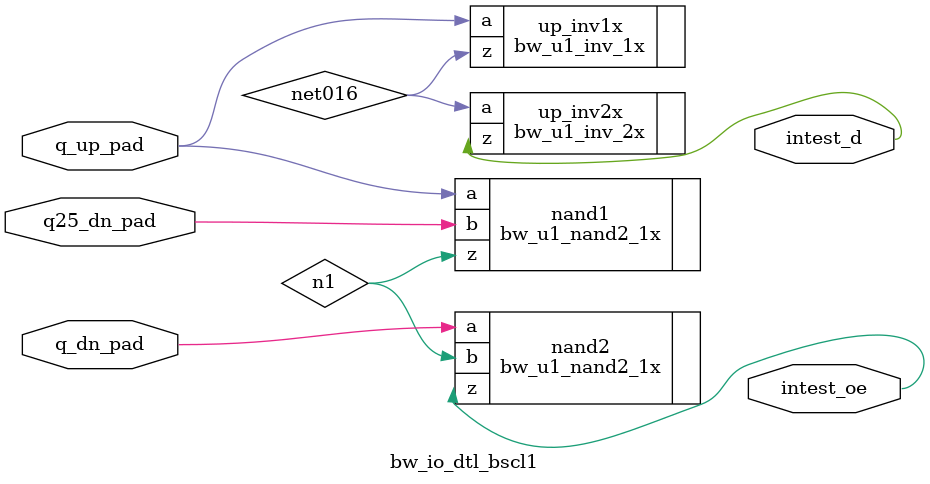
<source format=v>
module bw_io_dtl_bscl1(intest_oe ,intest_d ,q_dn_pad ,q25_dn_pad ,
     q_up_pad );
output		intest_oe ;
output		intest_d ;
input		q_dn_pad ;
input		q25_dn_pad ;
input		q_up_pad ;
 
wire		net016 ;
wire		n1 ;
 
 
bw_u1_inv_2x up_inv2x (
     .z               (intest_d ),
     .a               (net016 ) );
bw_u1_nand2_1x nand1 (
     .z               (n1 ),
     .a               (q_up_pad ),
     .b               (q25_dn_pad ) );
bw_u1_nand2_1x nand2 (
     .z               (intest_oe ),
     .a               (q_dn_pad ),
     .b               (n1 ) );
bw_u1_inv_1x up_inv1x (
     .z               (net016 ),
     .a               (q_up_pad ) );
endmodule



</source>
